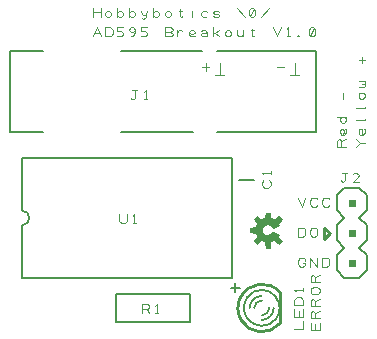
<source format=gto>
%FSLAX23Y23*%
%MOIN*%
G04 EasyPC Gerber Version 15.0.4 Build 3016 *
%ADD17C,0.00100*%
%ADD11C,0.00320*%
%ADD14C,0.00400*%
%ADD13C,0.00500*%
%ADD15C,0.00600*%
%ADD12C,0.00787*%
%ADD16C,0.00800*%
%ADD10C,0.01000*%
X0Y0D02*
D02*
D10*
X822Y153D02*
G75*
G03X824Y73I70J-38D01*
G01*
X823Y75D02*
G75*
G03X953Y63I69J40D01*
G01*
X954Y166D02*
G75*
G03X822Y152I-61J-51D01*
G01*
X954Y65D02*
Y165D01*
X1100Y382D02*
Y345D01*
X1120Y365*
X1100Y382*
D02*
D11*
X330Y1020D02*
X342Y1050D01*
X355Y1020*
X335Y1032D02*
X350D01*
X370Y1020D02*
Y1050D01*
X385*
X390Y1047*
X392Y1045*
X395Y1040*
Y1030*
X392Y1025*
X390Y1022*
X385Y1020*
X370*
X410Y1022D02*
X415Y1020D01*
X422*
X427Y1022*
X430Y1027*
Y1030*
X427Y1035*
X422Y1037*
X410*
Y1050*
X430*
X457Y1020D02*
X462Y1022D01*
X467Y1027*
X470Y1035*
Y1042*
X467Y1047*
X462Y1050*
X457*
X452Y1047*
X450Y1042*
X452Y1037*
X457Y1035*
X462*
X467Y1037*
X470Y1042*
X490Y1022D02*
X495Y1020D01*
X502*
X507Y1022*
X510Y1027*
Y1030*
X507Y1035*
X502Y1037*
X490*
Y1050*
X510*
X587Y1035D02*
X592Y1032D01*
X595Y1027*
X592Y1022*
X587Y1020*
X570*
Y1050*
X587*
X592Y1047*
X595Y1042*
X592Y1037*
X587Y1035*
X570*
X610Y1020D02*
Y1040D01*
Y1032D02*
X612Y1037D01*
X617Y1040*
X622*
X627Y1037*
X670Y1022D02*
X667Y1020D01*
X662*
X657*
X652Y1022*
X650Y1027*
Y1035*
X652Y1037*
X657Y1040*
X662*
X667Y1037*
X670Y1035*
Y1032*
X667Y1030*
X662Y1027*
X657*
X652Y1030*
X650Y1032*
X690Y1037D02*
X695Y1040D01*
X702*
X707Y1037*
X710Y1032*
Y1025*
X707Y1022*
X702Y1020*
X697*
X692Y1022*
X690Y1025*
Y1027*
X692Y1030*
X697Y1032*
X702*
X707Y1030*
X710Y1027*
Y1025D02*
Y1020D01*
X730D02*
Y1050D01*
Y1030D02*
X737D01*
X750Y1040*
X737Y1030D02*
X750Y1020D01*
X770Y1027D02*
X772Y1022D01*
X777Y1020*
X782*
X787Y1022*
X790Y1027*
Y1032*
X787Y1037*
X782Y1040*
X777*
X772Y1037*
X770Y1032*
Y1027*
X810Y1040D02*
Y1027D01*
X812Y1022*
X817Y1020*
X822*
X827Y1022*
X830Y1027*
Y1040D02*
Y1020D01*
X855Y1040D02*
X865D01*
X860Y1045D02*
Y1022D01*
X862Y1020*
X865*
X867Y1022*
X930Y1050D02*
X942Y1020D01*
X955Y1050*
X975Y1020D02*
X985D01*
X980D02*
Y1050D01*
X975Y1045*
X1012Y1020D02*
X1015Y1022D01*
X1012Y1025*
X1010Y1022*
X1012Y1020*
X1052Y1022D02*
X1057Y1020D01*
X1062*
X1067Y1022*
X1070Y1027*
Y1042*
X1067Y1047*
X1062Y1050*
X1057*
X1052Y1047*
X1050Y1042*
Y1027*
X1052Y1022*
X1067Y1047*
X330Y1085D02*
Y1115D01*
Y1100D02*
X355D01*
Y1085D02*
Y1115D01*
X370Y1092D02*
X372Y1087D01*
X377Y1085*
X382*
X387Y1087*
X390Y1092*
Y1097*
X387Y1102*
X382Y1105*
X377*
X372Y1102*
X370Y1097*
Y1092*
X410D02*
X412Y1087D01*
X417Y1085*
X422*
X427Y1087*
X430Y1092*
Y1097*
X427Y1102*
X422Y1105*
X417*
X412Y1102*
X410Y1097*
Y1085D02*
Y1115D01*
X450Y1092D02*
X452Y1087D01*
X457Y1085*
X462*
X467Y1087*
X470Y1092*
Y1097*
X467Y1102*
X462Y1105*
X457*
X452Y1102*
X450Y1097*
Y1085D02*
Y1115D01*
X490Y1105D02*
X492Y1095D01*
X497Y1090*
X502*
X507Y1095*
X510Y1105*
X507Y1095D02*
X505Y1085D01*
X502Y1080*
X497Y1077*
X492Y1080*
X530Y1092D02*
X532Y1087D01*
X537Y1085*
X542*
X547Y1087*
X550Y1092*
Y1097*
X547Y1102*
X542Y1105*
X537*
X532Y1102*
X530Y1097*
Y1085D02*
Y1115D01*
X570Y1092D02*
X572Y1087D01*
X577Y1085*
X582*
X587Y1087*
X590Y1092*
Y1097*
X587Y1102*
X582Y1105*
X577*
X572Y1102*
X570Y1097*
Y1092*
X615Y1105D02*
X625D01*
X620Y1110D02*
Y1087D01*
X622Y1085*
X625*
X627Y1087*
X660Y1085D02*
Y1105D01*
Y1112D02*
X710Y1102*
X705Y1105D01*
X697*
X692Y1102*
X690Y1097*
Y1092*
X692Y1087*
X697Y1085*
X705*
X710Y1087*
X730D02*
X735Y1085D01*
X745*
X750Y1087*
Y1092*
X745Y1095*
X735*
X730Y1097*
Y1102*
X735Y1105*
X745*
X750Y1102*
X810Y1115D02*
X835Y1085D01*
X852Y1087D02*
X857Y1085D01*
X862*
X867Y1087*
X870Y1092*
Y1107*
X867Y1112*
X862Y1115*
X857*
X852Y1112*
X850Y1107*
Y1092*
X852Y1087*
X867Y1112*
X890Y1085D02*
X915Y1115D01*
X417Y427D02*
Y405D01*
X420Y400*
X425Y397*
X435*
X440Y400*
X442Y405*
Y427*
X462Y397D02*
X472D01*
X467D02*
Y427D01*
X462Y422*
X455Y815D02*
X457Y812D01*
X462Y810*
X467Y812*
X470Y815*
Y840*
X475*
X470D02*
X460D01*
X500Y810D02*
X510D01*
X505D02*
Y840D01*
X500Y835*
X492Y97D02*
Y127D01*
X510*
X515Y125*
X517Y120*
X515Y115*
X510Y112*
X492*
X510D02*
X517Y97D01*
X537D02*
X547D01*
X542D02*
Y127D01*
X537Y122*
X917Y540D02*
X920Y537D01*
X922Y532*
Y525*
X920Y520*
X917Y517*
X912Y515*
X902*
X897Y517*
X895Y520*
X892Y525*
Y532*
X895Y537*
X897Y540*
X922Y560D02*
Y570D01*
Y565D02*
X892D01*
X897Y560*
X1030Y265D02*
X1037D01*
Y262*
X1035Y257*
X1032Y255*
X1027Y252*
X1022*
X1017Y255*
X1015Y257*
X1012Y262*
Y272*
X1015Y277*
X1017Y280*
X1022Y282*
X1027*
X1032Y280*
X1035Y277*
X1037Y272*
X1052Y252D02*
Y282D01*
X1077Y252*
Y282*
X1092Y252D02*
Y282D01*
X1107*
X1112Y280*
X1115Y277*
X1117Y272*
Y262*
X1115Y257*
X1112Y255*
X1107Y252*
X1092*
X1012Y352D02*
Y382D01*
X1027*
X1032Y380*
X1035Y377*
X1037Y372*
Y362*
X1035Y357*
X1032Y355*
X1027Y352*
X1012*
X1052Y362D02*
Y372D01*
X1055Y377*
X1057Y380*
X1062Y382*
X1067*
X1072Y380*
X1075Y377*
X1077Y372*
Y362*
X1075Y357*
X1072Y355*
X1067Y352*
X1062*
X1057Y355*
X1055Y357*
X1052Y362*
X1012Y482D02*
X1025Y452D01*
X1037Y482*
X1077Y457D02*
X1075Y455D01*
X1070Y452*
X1062*
X1057Y455*
X1055Y457*
X1052Y462*
Y472*
X1055Y477*
X1057Y480*
X1062Y482*
X1070*
X1075Y480*
X1077Y477*
X1117Y457D02*
X1115Y455D01*
X1110Y452*
X1102*
X1097Y455*
X1095Y457*
X1092Y462*
Y472*
X1095Y477*
X1097Y480*
X1102Y482*
X1110*
X1115Y480*
X1117Y477*
X1000Y45D02*
X1030D01*
Y70*
Y85D02*
X1000D01*
Y110*
X1015Y105D02*
Y85D01*
X1030D02*
Y110D01*
Y125D02*
X1000D01*
Y140*
X1002Y145*
X1005Y147*
X1010Y150*
X1020*
X1025Y147*
X1027Y145*
X1030Y140*
Y125*
Y170D02*
Y180D01*
Y175D02*
X1000D01*
X1005Y170*
X1085Y40D02*
X1055D01*
Y65*
X1070Y60D02*
Y40D01*
X1085D02*
Y65D01*
Y80D02*
X1055D01*
Y97*
X1057Y102*
X1062Y105*
X1067Y102*
X1070Y97*
Y80*
Y97D02*
X1085Y105D01*
Y120D02*
X1055D01*
Y137*
X1057Y142*
X1062Y145*
X1067Y142*
X1070Y137*
Y120*
Y137D02*
X1085Y145D01*
X1075Y160D02*
X1065D01*
X1060Y162*
X1057Y165*
X1055Y170*
Y175*
X1057Y180*
X1060Y182*
X1065Y185*
X1075*
X1080Y182*
X1082Y180*
X1085Y175*
Y170*
X1082Y165*
X1080Y162*
X1075Y160*
X1085Y200D02*
X1055D01*
Y217*
X1057Y222*
X1062Y225*
X1067Y222*
X1070Y217*
Y200*
Y217D02*
X1085Y225D01*
X1155Y540D02*
X1157Y537D01*
X1162Y535*
X1167Y537*
X1170Y540*
Y565*
X1175*
X1170D02*
X1160D01*
X1215Y535D02*
X1195D01*
X1212Y552*
X1215Y557*
X1212Y562*
X1207Y565*
X1200*
X1195Y562*
X1172Y652D02*
X1142D01*
Y670*
X1145Y675*
X1150Y677*
X1155Y675*
X1157Y670*
Y652*
Y670D02*
X1172Y677D01*
X1170Y712D02*
X1172Y710D01*
Y705*
Y700*
X1170Y695*
X1165Y692*
X1157*
X1155Y695*
X1152Y700*
Y705*
X1155Y710*
X1157Y712*
X1160*
X1162Y710*
X1165Y705*
Y700*
X1162Y695*
X1160Y692*
Y752D02*
X1155Y750D01*
X1152Y745*
Y740*
X1155Y735*
X1160Y732*
X1165*
X1170Y735*
X1172Y740*
Y745*
X1170Y750*
X1165Y752*
X1172D02*
X1142D01*
X1162Y812D02*
Y832D01*
X1235Y665D02*
X1220D01*
X1205Y652*
X1220Y665D02*
X1205Y677D01*
X1232Y712D02*
X1235Y710D01*
Y705*
Y700*
X1232Y695*
X1227Y692*
X1220*
X1217Y695*
X1215Y700*
Y705*
X1217Y710*
X1220Y712*
X1222*
X1225Y710*
X1227Y705*
Y700*
X1225Y695*
X1222Y692*
X1235Y745D02*
Y742D01*
X1205*
X1235Y785D02*
Y782D01*
X1205*
X1227Y812D02*
X1232Y815D01*
X1235Y820*
Y825*
X1232Y830*
X1227Y832*
X1222*
X1217Y830*
X1215Y825*
Y820*
X1217Y815*
X1222Y812*
X1227*
X1215Y852D02*
X1232D01*
X1235Y855*
Y860*
X1232Y862*
X1225*
X1232D02*
X1235Y865D01*
Y870*
X1232Y872*
X1215*
X1225Y932D02*
Y952D01*
X1235Y942D02*
X1215D01*
D02*
D12*
X792Y215D02*
Y615D01*
X92*
Y440*
G75*
G02Y390J-25*
G01*
Y215*
X792*
D02*
D13*
X162Y973D02*
X52D01*
Y703*
X162*
X422D02*
X662D01*
X422Y973D02*
X692D01*
X742D02*
X1072D01*
Y703*
X742*
X790Y183D02*
X819D01*
X804Y167D02*
Y198D01*
D02*
D14*
X752Y930D02*
Y893D01*
X767D02*
X736D01*
X717Y918D02*
X692D01*
X705Y930D02*
Y905D01*
X1002Y930D02*
Y893D01*
X1017D02*
X986D01*
X967Y918D02*
X942D01*
D02*
D15*
X845Y78D02*
G75*
G03X940I47J37D01*
G01*
X846Y153D02*
G75*
G03X847Y75I46J-38D01*
G01*
X892Y75D02*
G75*
G03X932Y115J40D01*
G01*
X892Y90D02*
G75*
G03X917Y115J25D01*
G01*
X892Y140D02*
G75*
G03X867Y115J-25D01*
G01*
X892Y155D02*
G75*
G03X852Y115J-40D01*
G01*
X938Y76D02*
G75*
G03X938Y154I-46J38D01*
G01*
X941Y150D02*
G75*
G03X844Y151I-49J-35D01*
G01*
D02*
D16*
X406Y162D02*
X654D01*
Y67*
X406*
Y162*
X817Y540D02*
X867D01*
X1142Y440D02*
Y490D01*
X1167Y515*
X1217*
X1242Y490*
Y440*
X1217Y415*
X1242Y390*
Y340*
X1217Y315*
X1242Y290*
Y240*
X1217Y215*
X1167*
X1142Y240*
Y290*
X1167Y315*
X1142Y340*
Y390*
X1167Y415*
X1142Y440*
D02*
D17*
X950Y390D02*
G75*
G03X947Y396I-38J-16D01*
G01*
X959Y411*
X949Y421*
X934Y409*
G75*
G03X921Y414I-22J-34*
G01*
X919Y433*
X905*
X903Y414*
G75*
G03X891Y409I9J-40*
G01*
X876Y421*
X866Y411*
X878Y396*
G75*
G03X873Y384I34J-22*
G01*
X854Y382*
Y368*
X873Y366*
G75*
G03X878Y353I40J9*
G01*
X866Y338*
X876Y328*
X891Y340*
G75*
G03X903Y335I22J34*
G01*
X905Y316*
X919*
X921Y335*
G75*
G03X934Y340I-9J40*
G01*
X949Y328*
X959Y338*
X947Y353*
G75*
G03X950Y359I-34J22*
G01*
X929Y368*
G75*
G02X912Y356I-17J7*
G01*
G75*
G02X929Y382I0J18*
G01*
X950Y390*
G36*
G75*
G03X947Y396I-38J-16*
G01*
X959Y411*
X949Y421*
X934Y409*
G75*
G03X921Y414I-22J-34*
G01*
X919Y433*
X905*
X903Y414*
G75*
G03X891Y409I9J-40*
G01*
X876Y421*
X866Y411*
X878Y396*
G75*
G03X873Y384I34J-22*
G01*
X854Y382*
Y368*
X873Y366*
G75*
G03X878Y353I40J9*
G01*
X866Y338*
X876Y328*
X891Y340*
G75*
G03X903Y335I22J34*
G01*
X905Y316*
X919*
X921Y335*
G75*
G03X934Y340I-9J40*
G01*
X949Y328*
X959Y338*
X947Y353*
G75*
G03X950Y359I-34J22*
G01*
X929Y368*
G75*
G02X912Y356I-17J7*
G01*
G75*
G02X929Y382I0J18*
G01*
X950Y390*
G37*
X1182Y275D02*
Y255D01*
X1202*
Y275*
X1182*
G36*
Y255*
X1202*
Y275*
X1182*
G37*
Y375D02*
Y355D01*
X1202*
Y375*
X1182*
G36*
Y355*
X1202*
Y375*
X1182*
G37*
Y475D02*
Y455D01*
X1202*
Y475*
X1182*
G36*
Y455*
X1202*
Y475*
X1182*
G37*
X0Y0D02*
M02*

</source>
